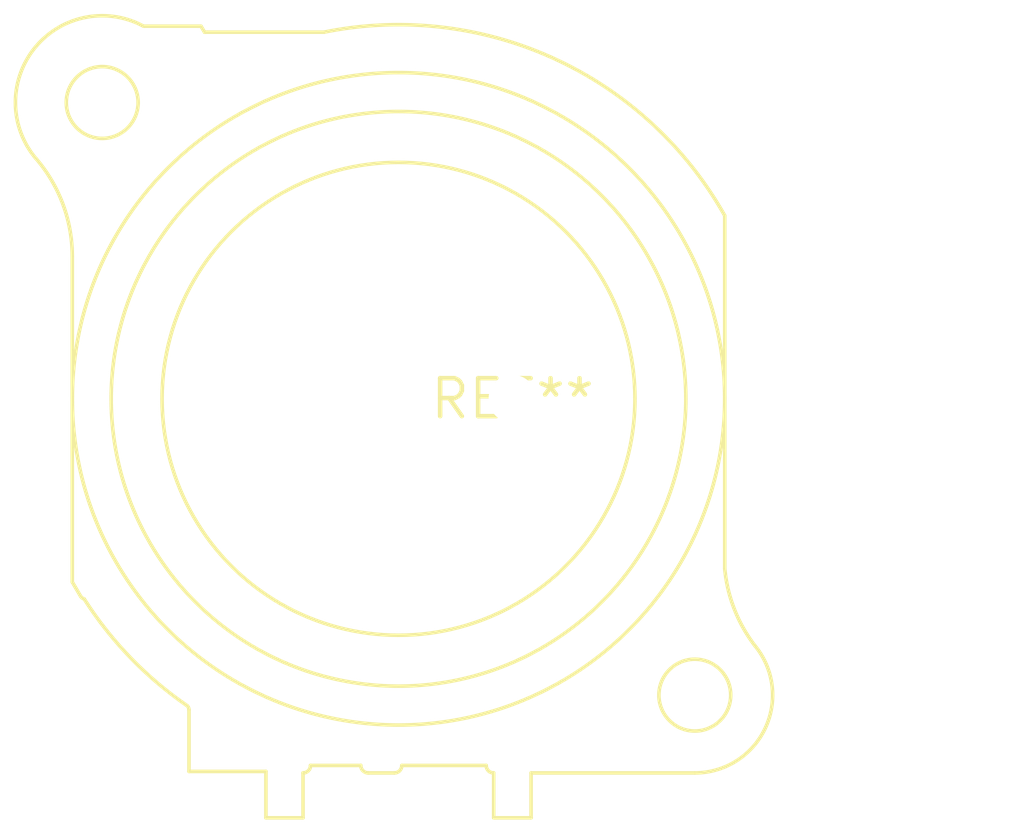
<source format=kicad_pcb>
(kicad_pcb (version 20240108) (generator pcbnew)
  (layers (0 "F.Cu" signal) (31 "B.Cu" signal) (34 "B.Paste" user) (35 "F.Paste" user) (36 "B.SilkS" user "B.Silkscreen") (37 "F.SilkS" user "F.Silkscreen") (38 "B.Mask" user) (39 "F.Mask" user) (44 "Edge.Cuts" user))
  (net 0 "")
  (footprint "Jack_XLR_Neutrik_NC3FBV1_Vertical" (layer "F.Cu") (at 0 0)
    (property "Reference" "REF**")
    (property "Value" "Jack_XLR_Neutrik_NC3FBV1_Vertical")
    (fp_line (start -14.71 -4.76) (end -14.71 6.12) (layer "F.SilkS") (stroke (width 0.12)))
    (fp_line (start -14.71 6.12) (end -14.43 6.6) (layer "F.SilkS") (stroke (width 0.12)))
    (fp_line (start -10.81 10.39) (end -10.81 12.45) (layer "F.SilkS") (stroke (width 0.12)))
    (fp_line (start -10.81 12.45) (end -8.24 12.45) (layer "F.SilkS") (stroke (width 0.12)))
    (fp_line (start -10.41 -12.45) (end -12.33 -12.45) (layer "F.SilkS") (stroke (width 0.12)))
    (fp_line (start -10.29 -12.25) (end -10.41 -12.45) (layer "F.SilkS") (stroke (width 0.12)))
    (fp_line (start -8.24 12.45) (end -8.24 14) (layer "F.SilkS") (stroke (width 0.12)))
    (fp_line (start -7 14) (end -8.24 14) (layer "F.SilkS") (stroke (width 0.12)))
    (fp_line (start -7 14) (end -7 12.5) (layer "F.SilkS") (stroke (width 0.12)))
    (fp_line (start -6.75 12.25) (end -5.07 12.25) (layer "F.SilkS") (stroke (width 0.12)))
    (fp_line (start -6.3 -12.25) (end -10.29 -12.25) (layer "F.SilkS") (stroke (width 0.12)))
    (fp_line (start -4.82 12.5) (end -3.95 12.5) (layer "F.SilkS") (stroke (width 0.12)))
    (fp_line (start -3.7 12.25) (end -0.88 12.25) (layer "F.SilkS") (stroke (width 0.12)))
    (fp_line (start -0.63 12.5) (end -0.63 14) (layer "F.SilkS") (stroke (width 0.12)))
    (fp_line (start 0.62 12.5) (end 6.09 12.5) (layer "F.SilkS") (stroke (width 0.12)))
    (fp_line (start 0.62 14) (end -0.63 14) (layer "F.SilkS") (stroke (width 0.12)))
    (fp_line (start 0.62 14) (end 0.62 12.5) (layer "F.SilkS") (stroke (width 0.12)))
    (fp_line (start 7.09 5.67) (end 7.09 -6.12) (layer "F.SilkS") (stroke (width 0.12)))
    (fp_arc (start -15.916051 -8.020379) (mid -15.021177 -6.498148) (end -14.71 -4.76) (layer "F.SilkS") (stroke (width 0.12)))
    (fp_arc (start -15.908884 -8.010077) (mid -15.967404 -11.719623) (end -12.33 -12.45) (layer "F.SilkS") (stroke (width 0.12)))
    (fp_arc (start -14.313753 6.685219) (mid -14.379716 6.653303) (end -14.43 6.6) (layer "F.SilkS") (stroke (width 0.12)))
    (fp_arc (start -10.879208 10.248532) (mid -12.772983 8.641241) (end -14.31 6.69) (layer "F.SilkS") (stroke (width 0.12)))
    (fp_arc (start -10.874359 10.252686) (mid -10.828679 10.315015) (end -10.81 10.39) (layer "F.SilkS") (stroke (width 0.12)))
    (fp_arc (start -6.75 12.25) (mid -6.823223 12.426777) (end -7 12.5) (layer "F.SilkS") (stroke (width 0.12)))
    (fp_arc (start -6.283571 -12.253402) (mid 1.401126 -11.362596) (end 7.09 -6.12) (layer "F.SilkS") (stroke (width 0.12)))
    (fp_arc (start -4.82 12.5) (mid -4.996777 12.426777) (end -5.07 12.25) (layer "F.SilkS") (stroke (width 0.12)))
    (fp_arc (start -3.7 12.25) (mid -3.773223 12.426777) (end -3.95 12.5) (layer "F.SilkS") (stroke (width 0.12)))
    (fp_arc (start -0.63 12.5) (mid -0.806777 12.426777) (end -0.88 12.25) (layer "F.SilkS") (stroke (width 0.12)))
    (fp_arc (start 8.110579 8.263767) (mid 8.436721 11.019329) (end 6.09 12.5) (layer "F.SilkS") (stroke (width 0.12)))
    (fp_arc (start 8.111727 8.266808) (mid 7.416073 7.041111) (end 7.09 5.67) (layer "F.SilkS") (stroke (width 0.12)))
    (fp_circle (center -13.71 -9.9) (end -12.51 -9.9) (layer "F.SilkS") (stroke (width 0.12)) (fill none))
    (fp_circle (center -3.81 0) (end 4.09 0) (layer "F.SilkS") (stroke (width 0.12)) (fill none))
    (fp_circle (center -3.81 0) (end 5.79 0) (layer "F.SilkS") (stroke (width 0.12)) (fill none))
    (fp_circle (center -3.81 0) (end 7.09 0) (layer "F.SilkS") (stroke (width 0.12)) (fill none))
    (fp_circle (center 6.09 9.9) (end 7.29 9.9) (layer "F.SilkS") (stroke (width 0.12)) (fill none))
    (pad "1" thru_hole circle (at 0 0) (size 3.4 3.4) (drill 1.6) (layers *.Cu *.Mask) (remove_unused_layers))
    (pad "2" thru_hole circle (at -7.62 0) (size 3.4 3.4) (drill 1.6) (layers *.Cu *.Mask) (remove_unused_layers))
    (pad "3" thru_hole circle (at -3.81 4.45) (size 2.9 2.9) (drill 1.2) (layers *.Cu *.Mask) (remove_unused_layers))
  )
)
</source>
